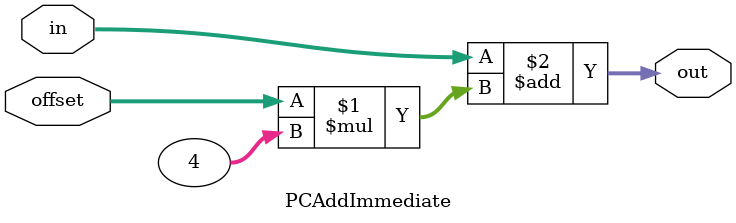
<source format=v>
`timescale 1ns / 1ps


module PCAddImmediate(in, offset, out);
    input [31:0] in, offset;
    output [31:0] out;

    assign out = in + offset * 4;
endmodule

</source>
